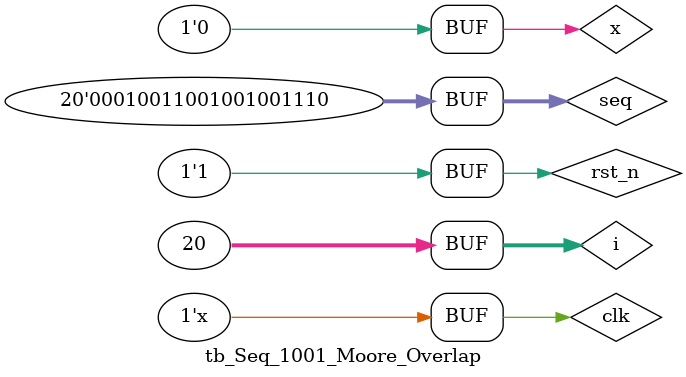
<source format=sv>
module sim;

    initial begin
        $dumpfile("dump.vcd");
        $dumpvars;
        #200
        $finish;
    end

endmodule

module tb_Seq_1001_Moore_Overlap;

    reg x, rst_n, clk;
    reg [0:19] seq = 'b0010011001001001110;
    wire y;
    integer i;

    Seq_1001_Moore_Overlap ins(.x(x), .rst_n(rst_n), .clk(clk), .y(y));

    always #4 clk = ~clk;

    initial begin
        clk = 1'b0;
        x = 1'b0;
        rst_n = 1'b1;
        #6
        rst_n = 1'b0;
        #2
        rst_n = 1'b1;

        for (i = 0; i < 20; i++)
            #8
            x = seq[i];
    end

endmodule

</source>
